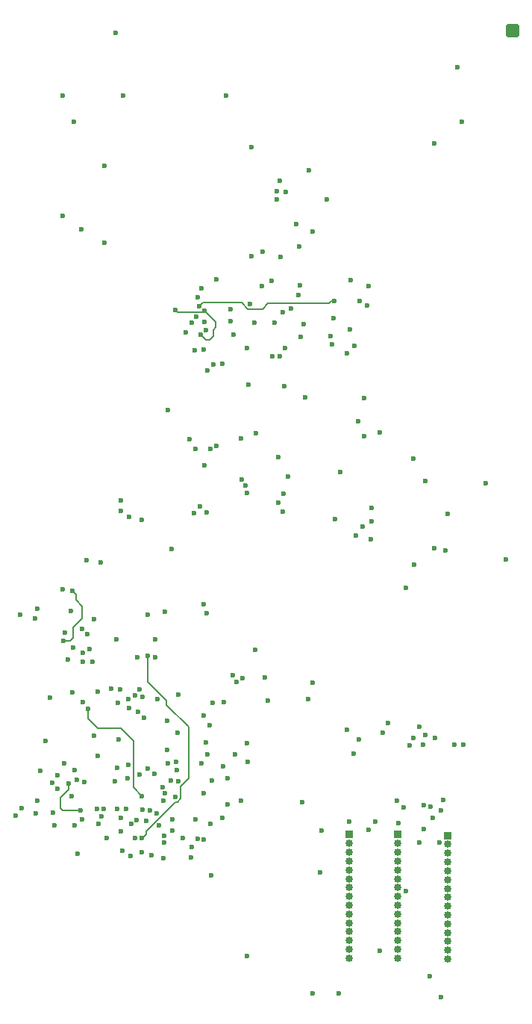
<source format=gbr>
%TF.GenerationSoftware,KiCad,Pcbnew,8.0.2*%
%TF.CreationDate,2024-06-23T17:56:09+02:00*%
%TF.ProjectId,Undroid,556e6472-6f69-4642-9e6b-696361645f70,rev?*%
%TF.SameCoordinates,Original*%
%TF.FileFunction,Copper,L2,Inr*%
%TF.FilePolarity,Positive*%
%FSLAX46Y46*%
G04 Gerber Fmt 4.6, Leading zero omitted, Abs format (unit mm)*
G04 Created by KiCad (PCBNEW 8.0.2) date 2024-06-23 17:56:09*
%MOMM*%
%LPD*%
G01*
G04 APERTURE LIST*
G04 Aperture macros list*
%AMRoundRect*
0 Rectangle with rounded corners*
0 $1 Rounding radius*
0 $2 $3 $4 $5 $6 $7 $8 $9 X,Y pos of 4 corners*
0 Add a 4 corners polygon primitive as box body*
4,1,4,$2,$3,$4,$5,$6,$7,$8,$9,$2,$3,0*
0 Add four circle primitives for the rounded corners*
1,1,$1+$1,$2,$3*
1,1,$1+$1,$4,$5*
1,1,$1+$1,$6,$7*
1,1,$1+$1,$8,$9*
0 Add four rect primitives between the rounded corners*
20,1,$1+$1,$2,$3,$4,$5,0*
20,1,$1+$1,$4,$5,$6,$7,0*
20,1,$1+$1,$6,$7,$8,$9,0*
20,1,$1+$1,$8,$9,$2,$3,0*%
G04 Aperture macros list end*
%TA.AperFunction,ComponentPad*%
%ADD10R,0.850000X0.850000*%
%TD*%
%TA.AperFunction,ComponentPad*%
%ADD11O,0.850000X0.850000*%
%TD*%
%TA.AperFunction,ComponentPad*%
%ADD12RoundRect,0.246063X-0.503937X-0.503937X0.503937X-0.503937X0.503937X0.503937X-0.503937X0.503937X0*%
%TD*%
%TA.AperFunction,ViaPad*%
%ADD13C,0.600000*%
%TD*%
%TA.AperFunction,Conductor*%
%ADD14C,0.200000*%
%TD*%
G04 APERTURE END LIST*
D10*
%TO.N,RED_V*%
%TO.C,MBCI_VIDEO1*%
X175600000Y-126800000D03*
D11*
%TO.N,GREEN_V*%
X175600000Y-127800000D03*
%TO.N,BLUE_V*%
X175600000Y-128800000D03*
%TO.N,ALPHA_V*%
X175600000Y-129800000D03*
%TO.N,HSYNC_V*%
X175600000Y-130800000D03*
%TO.N,VSYNC_V*%
X175600000Y-131800000D03*
%TO.N,unconnected-(MBCI_VIDEO1-Pin_7-Pad7)*%
X175600000Y-132800000D03*
%TO.N,3.3V*%
X175600000Y-133800000D03*
%TO.N,unconnected-(MBCI_VIDEO1-Pin_9-Pad9)*%
X175600000Y-134800000D03*
%TO.N,unconnected-(MBCI_VIDEO1-Pin_10-Pad10)*%
X175600000Y-135800000D03*
%TO.N,CLK*%
X175600000Y-136800000D03*
%TO.N,unconnected-(MBCI_VIDEO1-Pin_12-Pad12)*%
X175600000Y-137800000D03*
%TO.N,unconnected-(MBCI_VIDEO1-Pin_13-Pad13)*%
X175600000Y-138800000D03*
%TO.N,unconnected-(MBCI_VIDEO1-Pin_14-Pad14)*%
X175600000Y-139800000D03*
%TO.N,GND*%
X175600000Y-140800000D03*
%TD*%
D10*
%TO.N,UBOOT*%
%TO.C,MBCI_IO1*%
X164400000Y-126700000D03*
D11*
%TO.N,RESET*%
X164400000Y-127700000D03*
%TO.N,RTC_IN*%
X164400000Y-128700000D03*
%TO.N,CONN_NMI_N*%
X164400000Y-129700000D03*
%TO.N,UBOOT_MBCI*%
X164400000Y-130700000D03*
%TO.N,GSM_PWR_N*%
X164400000Y-131700000D03*
%TO.N,GSM_RST_N*%
X164400000Y-132700000D03*
%TO.N,3.3V*%
X164400000Y-133700000D03*
%TO.N,unconnected-(MBCI_IO1-Pin_9-Pad9)*%
X164400000Y-134700000D03*
%TO.N,unconnected-(MBCI_IO1-Pin_10-Pad10)*%
X164400000Y-135700000D03*
%TO.N,CLK*%
X164400000Y-136700000D03*
%TO.N,unconnected-(MBCI_IO1-Pin_12-Pad12)*%
X164400000Y-137700000D03*
%TO.N,unconnected-(MBCI_IO1-Pin_13-Pad13)*%
X164400000Y-138700000D03*
%TO.N,unconnected-(MBCI_IO1-Pin_14-Pad14)*%
X164400000Y-139700000D03*
%TO.N,GND*%
X164400000Y-140700000D03*
%TD*%
D12*
%TO.N,Net-(ANT1-A)*%
%TO.C,ANT1*%
X183000000Y-35600000D03*
%TD*%
D10*
%TO.N,DAT0_N*%
%TO.C,MBCI_NETWORK1*%
X169900000Y-126700000D03*
D11*
%TO.N,DAT1_N*%
X169900000Y-127700000D03*
%TO.N,DAT2_N*%
X169900000Y-128700000D03*
%TO.N,DAT3_N*%
X169900000Y-129700000D03*
%TO.N,DAT4_N*%
X169900000Y-130700000D03*
%TO.N,AVAIL_N*%
X169900000Y-131700000D03*
%TO.N,unconnected-(MBCI_NETWORK1-Pin_7-Pad7)*%
X169900000Y-132700000D03*
%TO.N,3.3V*%
X169900000Y-133700000D03*
%TO.N,unconnected-(MBCI_NETWORK1-Pin_9-Pad9)*%
X169900000Y-134700000D03*
%TO.N,unconnected-(MBCI_NETWORK1-Pin_10-Pad10)*%
X169900000Y-135700000D03*
%TO.N,CLK*%
X169900000Y-136700000D03*
%TO.N,unconnected-(MBCI_NETWORK1-Pin_12-Pad12)*%
X169900000Y-137700000D03*
%TO.N,unconnected-(MBCI_NETWORK1-Pin_13-Pad13)*%
X169900000Y-138700000D03*
%TO.N,unconnected-(MBCI_NETWORK1-Pin_14-Pad14)*%
X169900000Y-139700000D03*
%TO.N,GND*%
X169900000Y-140700000D03*
%TD*%
D13*
%TO.N,Net-(BRIDGE_CHIP1-GND-Pad14)*%
X147600000Y-70000000D03*
X150924500Y-67127100D03*
X148000000Y-67300000D03*
X155990900Y-68647400D03*
X144700000Y-67200000D03*
%TO.N,GND*%
X146447909Y-129252091D03*
X162700000Y-66200000D03*
X160300000Y-144700000D03*
X160300000Y-109500000D03*
X147400000Y-66800000D03*
X150200000Y-111700000D03*
X154900000Y-108900000D03*
X163200000Y-144700000D03*
X159800000Y-111300000D03*
X148750000Y-131350000D03*
%TO.N,RESET*%
X152158600Y-81791800D03*
X174171900Y-115743000D03*
X164894900Y-117535700D03*
X140898900Y-91029700D03*
X162333300Y-70190900D03*
%TO.N,CTS1*%
X165165200Y-92784300D03*
X143870400Y-78526400D03*
X156855500Y-90072400D03*
X151307000Y-70059200D03*
%TO.N,TX1*%
X156946500Y-88023200D03*
X150938400Y-68520700D03*
X166979200Y-91222200D03*
X150002400Y-73340400D03*
%TO.N,GSM_RST*%
X173095100Y-86587800D03*
X175581600Y-90346400D03*
%TO.N,GSM_VPP*%
X174082800Y-48377000D03*
X164131900Y-72110200D03*
%TO.N,RX1*%
X146531200Y-68655900D03*
X156358600Y-89053200D03*
X165988000Y-91791600D03*
X147986400Y-68555900D03*
X146900000Y-71800000D03*
X148368500Y-74101300D03*
%TO.N,GSM_GPIO_1*%
X157853400Y-67014400D03*
X171756400Y-96116300D03*
X149000000Y-73400000D03*
X147200621Y-65753597D03*
X147900000Y-71700000D03*
X182164700Y-95478100D03*
%TO.N,RI1*%
X166979700Y-89663400D03*
X157494100Y-86101800D03*
%TO.N,RTS1*%
X147100000Y-68000000D03*
X161885600Y-54670300D03*
X171717200Y-84048300D03*
X166881600Y-93241000D03*
%TO.N,GSM_IO*%
X164497400Y-69447900D03*
X177227300Y-45856900D03*
X175349000Y-94463500D03*
%TO.N,Net-(DDR_RAM1-VSSQ-PadB1)*%
X126539600Y-124575100D03*
X132900000Y-122300000D03*
X131300000Y-121500000D03*
X130744300Y-120846100D03*
X127232700Y-123713600D03*
%TO.N,SD2_F1*%
X154519500Y-64485700D03*
X153300300Y-61147800D03*
%TO.N,A12{slash}BC_N*%
X173874000Y-124793600D03*
X141836200Y-123975100D03*
X144224900Y-120598600D03*
X143883900Y-118585900D03*
X134167100Y-111687077D03*
X144689100Y-122456700D03*
%TO.N,A3*%
X148900000Y-111800000D03*
X143800000Y-113800000D03*
X163400000Y-85600000D03*
X162800000Y-90900000D03*
X140600000Y-110200000D03*
X142700000Y-111300000D03*
X166100000Y-77200000D03*
X140100000Y-127100000D03*
X148300000Y-117600000D03*
%TO.N,A0*%
X153680800Y-68678900D03*
X138035900Y-104589000D03*
X138542300Y-88825800D03*
X140108059Y-110891941D03*
X140450500Y-112792400D03*
X139271000Y-120292900D03*
X140284000Y-125024600D03*
%TO.N,A4*%
X145905600Y-69783100D03*
X147655000Y-64790300D03*
X158820700Y-64452800D03*
X140900000Y-122300000D03*
X134800000Y-112400000D03*
X134978900Y-105670500D03*
%TO.N,SD2_F2*%
X157056400Y-75839600D03*
X149386100Y-82605800D03*
%TO.N,SD3_F1*%
X156240900Y-53787400D03*
X159278800Y-68812700D03*
%TO.N,SD1_F2*%
X148207700Y-69521500D03*
X131874300Y-56552600D03*
%TO.N,SD_DAT1*%
X137904200Y-35787300D03*
X150431600Y-42920700D03*
%TO.N,A5*%
X140900000Y-127100000D03*
X165400000Y-79800000D03*
X141587200Y-106410700D03*
%TO.N,SD_CMD*%
X149358400Y-63781400D03*
X133219400Y-45858500D03*
%TO.N,A8*%
X143256300Y-121286400D03*
X136243700Y-95847900D03*
X138236500Y-115904500D03*
X162665200Y-68124700D03*
%TO.N,A6*%
X158643900Y-65548600D03*
X134600300Y-95571000D03*
%TO.N,SD0_F1*%
X157113600Y-71569100D03*
X157208600Y-53829000D03*
%TO.N,A14*%
X141143100Y-113438200D03*
X139348500Y-111376000D03*
X147660000Y-118638000D03*
X137400000Y-110148400D03*
X147906700Y-121973700D03*
X173629100Y-123550000D03*
X143477700Y-122038200D03*
%TO.N,A9*%
X142376400Y-106563600D03*
X145073800Y-110801100D03*
X147013700Y-124967100D03*
X156418000Y-83883300D03*
X142395200Y-104585800D03*
X144350600Y-125007500D03*
%TO.N,SD_CD_OR_DAT3*%
X160279200Y-58306500D03*
X159845800Y-51365700D03*
X158923700Y-70293300D03*
X131907100Y-42919100D03*
%TO.N,CMD_F1*%
X155633800Y-63924400D03*
X158420100Y-57498200D03*
%TO.N,A1*%
X139420400Y-112317100D03*
X152804200Y-116364100D03*
X138056600Y-119098100D03*
X139400200Y-118816300D03*
X144956800Y-115129100D03*
X166417491Y-66682509D03*
X158732900Y-59995100D03*
X166588600Y-64481100D03*
X140969000Y-123903300D03*
X143762700Y-117125100D03*
X156602800Y-61242200D03*
X147931200Y-113179300D03*
X148199700Y-116264000D03*
X152333900Y-108966100D03*
X164591400Y-63839200D03*
%TO.N,A13*%
X142846600Y-125667500D03*
X142303100Y-119811200D03*
X172877300Y-123382500D03*
X150584700Y-123291500D03*
X150585300Y-120326500D03*
%TO.N,A7*%
X165039600Y-71258800D03*
X143475300Y-101396800D03*
%TO.N,SD1_F1*%
X156586900Y-72497600D03*
X156249200Y-54668700D03*
%TO.N,A10{slash}AP*%
X135436400Y-102273400D03*
X134737900Y-103990600D03*
X147978200Y-84811700D03*
X139122100Y-123794600D03*
X134181400Y-106075600D03*
X146347000Y-81910800D03*
X155743500Y-72497600D03*
%TO.N,SD_DAT2*%
X162482800Y-71106200D03*
X148717200Y-83000100D03*
%TO.N,A11*%
X153011000Y-75718800D03*
X146972300Y-82971600D03*
X152839300Y-88002200D03*
X152217300Y-86422000D03*
X151605400Y-109392700D03*
X152110800Y-122852000D03*
X153738100Y-105743200D03*
X170638300Y-123581500D03*
X138479600Y-89962700D03*
X142578100Y-124311400D03*
%TO.N,SD_DAT0*%
X153341200Y-48794700D03*
X138791600Y-42919100D03*
%TO.N,A2*%
X141364700Y-125156000D03*
X141000000Y-111100000D03*
X147952800Y-127228200D03*
X149999600Y-124785800D03*
X166129100Y-81532500D03*
X147200100Y-127195500D03*
X150109800Y-118985300D03*
X151191400Y-108588000D03*
%TO.N,CMD_F2*%
X154611100Y-60628800D03*
X136624300Y-59590300D03*
%TO.N,RAM_ODT*%
X148566000Y-114301000D03*
X151505400Y-117631100D03*
%TO.N,RAM_LDQS*%
X132056700Y-118599100D03*
X134119100Y-124926600D03*
X132864600Y-101375600D03*
X131281600Y-119977200D03*
X133257700Y-119392600D03*
X128782300Y-102223300D03*
X133000000Y-110608700D03*
X133108900Y-105476600D03*
%TO.N,Net-(DDR_RAM1-VSS-PadA9)*%
X143367700Y-122875200D03*
X143451400Y-127622700D03*
X142016900Y-129044000D03*
X145563000Y-127116700D03*
X130973500Y-125645300D03*
X140912300Y-128668100D03*
X133582000Y-128821700D03*
X138698900Y-128556100D03*
X136900000Y-127100000D03*
X140640600Y-119906100D03*
%TO.N,RAM_CKE*%
X135853900Y-117788600D03*
X137853200Y-120664700D03*
%TO.N,DQ08*%
X132163400Y-103758200D03*
X132600000Y-120900000D03*
X133933600Y-123935000D03*
%TO.N,RAM_CK_N*%
X132490700Y-106876000D03*
X138091500Y-123792000D03*
%TO.N,RAM_BA2*%
X159439600Y-77142100D03*
X153128600Y-66520500D03*
X174635600Y-127620100D03*
X156878500Y-67515300D03*
X170827400Y-133061000D03*
X147466400Y-89526200D03*
X139663700Y-125467400D03*
X141584500Y-101808700D03*
X173541600Y-142764800D03*
X148285800Y-101584800D03*
%TO.N,DQ13*%
X131911200Y-98910300D03*
X127100100Y-101783300D03*
%TO.N,DQ00*%
X133253400Y-125659700D03*
X128879100Y-124326900D03*
%TO.N,RAM_WE_N*%
X138500000Y-124800000D03*
X138500000Y-126300000D03*
X138400000Y-110200000D03*
%TO.N,RAM_CK*%
X133524300Y-120483700D03*
X136315600Y-124596200D03*
%TO.N,RAM_BA0*%
X140343200Y-106590400D03*
X153847200Y-81178500D03*
X175091600Y-122787100D03*
%TO.N,DQ15*%
X129349800Y-119485200D03*
X129053800Y-101047800D03*
%TO.N,DQ07*%
X136553600Y-123784800D03*
X129995000Y-116042700D03*
%TO.N,DQ04*%
X135986100Y-125497300D03*
X134107400Y-103409100D03*
%TO.N,DQ12*%
X129059800Y-122822300D03*
X130814600Y-124217900D03*
%TO.N,Net-(DDR_RAM1-VDD-PadB2)*%
X144376700Y-126206900D03*
X148701400Y-125495700D03*
X144885300Y-119342400D03*
X135434900Y-115475100D03*
X148881600Y-120598800D03*
X139626700Y-129100400D03*
X141549600Y-119249300D03*
X143327000Y-129381900D03*
X135801800Y-123758500D03*
X145070400Y-120662900D03*
X134346200Y-120741500D03*
%TO.N,RAM_BA1*%
X159097800Y-123051900D03*
X174813200Y-123976200D03*
X139488100Y-90657200D03*
X134197200Y-107132100D03*
X155234000Y-111519400D03*
X152842400Y-71530600D03*
X148239800Y-90133700D03*
X147895100Y-100608400D03*
X170012000Y-125379000D03*
X172863200Y-126055300D03*
X144305900Y-94342500D03*
%TO.N,RTC_IN*%
X166638600Y-126120300D03*
%TO.N,RAM_RST*%
X143453500Y-126844100D03*
X146538300Y-128094200D03*
%TO.N,UBOOT*%
X161259200Y-126268500D03*
%TO.N,RTC_OUT*%
X134009900Y-58065000D03*
X156563600Y-52567400D03*
X176701400Y-39678700D03*
X146791500Y-90288400D03*
X136685200Y-50913600D03*
%TO.N,GSM_PWR_N*%
X161100000Y-131000000D03*
X174100000Y-94200000D03*
%TO.N,VBUS_USBC*%
X179920700Y-86824300D03*
X167889200Y-81110500D03*
X170827700Y-98737300D03*
%TO.N,DAT4_N*%
X171298200Y-116562100D03*
%TO.N,HSYNC_V*%
X169812400Y-122847000D03*
X172413300Y-127566300D03*
%TO.N,DAT1_N*%
X167355500Y-125202900D03*
%TO.N,AVAIL_N*%
X171722100Y-115751300D03*
%TO.N,DAT3_N*%
X164159900Y-114840900D03*
X168826100Y-114003900D03*
X164391400Y-125210800D03*
%TO.N,DAT2_N*%
X172422300Y-114461800D03*
X168208200Y-115140500D03*
%TO.N,GSM_RST_N*%
X152800000Y-140500000D03*
X174800000Y-145100000D03*
%TO.N,Net-(MBCI_0-VDD)*%
X167889200Y-139866500D03*
X176322900Y-116530200D03*
X172801400Y-116481700D03*
%TO.N,Net-(C1-Pad2)*%
X177417900Y-116505900D03*
X152920800Y-118461800D03*
%TO.N,CPU_PWR*%
X152642500Y-87098500D03*
X165600900Y-66187900D03*
%TO.N,DRAM_PWR*%
X132000000Y-104700000D03*
X135900000Y-110500000D03*
X135300700Y-107088100D03*
X133000000Y-99100000D03*
X144758600Y-118468300D03*
X138213300Y-111724300D03*
X130500000Y-111200000D03*
%TO.N,UBOOT_MBCI*%
X173068400Y-115389300D03*
X165490900Y-115889600D03*
%TD*%
D14*
%TO.N,Net-(BRIDGE_CHIP1-GND-Pad14)*%
X149300000Y-69200000D02*
X149300000Y-68600000D01*
X148600000Y-70600000D02*
X149000000Y-70200000D01*
X147850000Y-67450000D02*
X144950000Y-67450000D01*
X144950000Y-67450000D02*
X144700000Y-67200000D01*
X148200000Y-70600000D02*
X148600000Y-70600000D01*
X149300000Y-68600000D02*
X148000000Y-67300000D01*
X149000000Y-70200000D02*
X149000000Y-69500000D01*
X147600000Y-70000000D02*
X148200000Y-70600000D01*
X148000000Y-67300000D02*
X147850000Y-67450000D01*
X149000000Y-69500000D02*
X149300000Y-69200000D01*
%TO.N,GND*%
X152218982Y-66388700D02*
X152930282Y-67100000D01*
X159164400Y-66464400D02*
X159200000Y-66500000D01*
X154600000Y-67100000D02*
X155235600Y-66464400D01*
X159200000Y-66500000D02*
X162100000Y-66500000D01*
X162100000Y-66500000D02*
X162400000Y-66200000D01*
X152930282Y-67100000D02*
X154600000Y-67100000D01*
X147400000Y-66800000D02*
X147811300Y-66388700D01*
X147811300Y-66388700D02*
X152218982Y-66388700D01*
X162400000Y-66200000D02*
X162700000Y-66200000D01*
X155235600Y-66464400D02*
X159164400Y-66464400D01*
%TO.N,A4*%
X134800000Y-113500000D02*
X135900000Y-114600000D01*
X134800000Y-112400000D02*
X134800000Y-113500000D01*
X139950200Y-116050200D02*
X139950200Y-121350200D01*
X139950200Y-121350200D02*
X140900000Y-122300000D01*
X138500000Y-114600000D02*
X139950200Y-116050200D01*
X135900000Y-114600000D02*
X138500000Y-114600000D01*
%TO.N,A5*%
X146200000Y-120311118D02*
X145300000Y-121211118D01*
X141400000Y-126336282D02*
X141400000Y-126700000D01*
X146200000Y-114500000D02*
X146200000Y-120311118D01*
X144729582Y-123006700D02*
X141400000Y-126336282D01*
X141000000Y-127100000D02*
X140900000Y-127100000D01*
X145300000Y-122623618D02*
X144916918Y-123006700D01*
X145300000Y-121211118D02*
X145300000Y-122623618D01*
X140900000Y-127200000D02*
X141000000Y-127100000D01*
X141587200Y-106410700D02*
X141587200Y-109409382D01*
X141587200Y-109409382D02*
X143700000Y-111522182D01*
X144916918Y-123006700D02*
X144729582Y-123006700D01*
X140900000Y-127100000D02*
X140900000Y-127200000D01*
X141400000Y-126700000D02*
X141000000Y-127100000D01*
X143700000Y-112000000D02*
X146200000Y-114500000D01*
X143700000Y-111522182D02*
X143700000Y-112000000D01*
%TO.N,DQ08*%
X131700000Y-123700000D02*
X131935000Y-123935000D01*
X132600000Y-121600000D02*
X131700000Y-122500000D01*
X132600000Y-120900000D02*
X132600000Y-121600000D01*
X131700000Y-122500000D02*
X131700000Y-123700000D01*
X131935000Y-123935000D02*
X133933600Y-123935000D01*
%TO.N,DRAM_PWR*%
X134100000Y-102200000D02*
X134100000Y-100800000D01*
X133100000Y-103200000D02*
X134100000Y-102200000D01*
X133414600Y-100114600D02*
X133414600Y-99514600D01*
X132800000Y-104700000D02*
X133100000Y-104400000D01*
X133100000Y-104400000D02*
X133100000Y-103200000D01*
X133414600Y-99514600D02*
X133000000Y-99100000D01*
X132000000Y-104700000D02*
X132800000Y-104700000D01*
X134100000Y-100800000D02*
X133414600Y-100114600D01*
%TD*%
M02*

</source>
